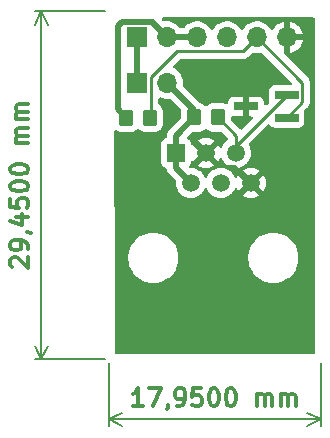
<source format=gbr>
%TF.GenerationSoftware,KiCad,Pcbnew,6.0.2+dfsg-1*%
%TF.CreationDate,2022-09-01T21:53:15+02:00*%
%TF.ProjectId,p1-interface,70312d69-6e74-4657-9266-6163652e6b69,rev?*%
%TF.SameCoordinates,Original*%
%TF.FileFunction,Copper,L1,Top*%
%TF.FilePolarity,Positive*%
%FSLAX46Y46*%
G04 Gerber Fmt 4.6, Leading zero omitted, Abs format (unit mm)*
G04 Created by KiCad (PCBNEW 6.0.2+dfsg-1) date 2022-09-01 21:53:15*
%MOMM*%
%LPD*%
G01*
G04 APERTURE LIST*
G04 Aperture macros list*
%AMRoundRect*
0 Rectangle with rounded corners*
0 $1 Rounding radius*
0 $2 $3 $4 $5 $6 $7 $8 $9 X,Y pos of 4 corners*
0 Add a 4 corners polygon primitive as box body*
4,1,4,$2,$3,$4,$5,$6,$7,$8,$9,$2,$3,0*
0 Add four circle primitives for the rounded corners*
1,1,$1+$1,$2,$3*
1,1,$1+$1,$4,$5*
1,1,$1+$1,$6,$7*
1,1,$1+$1,$8,$9*
0 Add four rect primitives between the rounded corners*
20,1,$1+$1,$2,$3,$4,$5,0*
20,1,$1+$1,$4,$5,$6,$7,0*
20,1,$1+$1,$6,$7,$8,$9,0*
20,1,$1+$1,$8,$9,$2,$3,0*%
G04 Aperture macros list end*
%ADD10C,0.300000*%
%TA.AperFunction,NonConductor*%
%ADD11C,0.300000*%
%TD*%
%TA.AperFunction,NonConductor*%
%ADD12C,0.200000*%
%TD*%
%TA.AperFunction,SMDPad,CuDef*%
%ADD13RoundRect,0.250000X0.350000X0.450000X-0.350000X0.450000X-0.350000X-0.450000X0.350000X-0.450000X0*%
%TD*%
%TA.AperFunction,SMDPad,CuDef*%
%ADD14R,2.000000X0.650000*%
%TD*%
%TA.AperFunction,ComponentPad*%
%ADD15R,1.700000X1.700000*%
%TD*%
%TA.AperFunction,ComponentPad*%
%ADD16O,1.700000X1.700000*%
%TD*%
%TA.AperFunction,ComponentPad*%
%ADD17R,1.520000X1.520000*%
%TD*%
%TA.AperFunction,ComponentPad*%
%ADD18C,1.520000*%
%TD*%
%TA.AperFunction,ViaPad*%
%ADD19C,0.800000*%
%TD*%
%TA.AperFunction,Conductor*%
%ADD20C,0.500000*%
%TD*%
%TA.AperFunction,Conductor*%
%ADD21C,0.250000*%
%TD*%
G04 APERTURE END LIST*
D10*
D11*
X118171428Y-82203571D02*
X118100000Y-82132142D01*
X118028571Y-81989285D01*
X118028571Y-81632142D01*
X118100000Y-81489285D01*
X118171428Y-81417857D01*
X118314285Y-81346428D01*
X118457142Y-81346428D01*
X118671428Y-81417857D01*
X119528571Y-82275000D01*
X119528571Y-81346428D01*
X119528571Y-80632142D02*
X119528571Y-80346428D01*
X119457142Y-80203571D01*
X119385714Y-80132142D01*
X119171428Y-79989285D01*
X118885714Y-79917857D01*
X118314285Y-79917857D01*
X118171428Y-79989285D01*
X118100000Y-80060714D01*
X118028571Y-80203571D01*
X118028571Y-80489285D01*
X118100000Y-80632142D01*
X118171428Y-80703571D01*
X118314285Y-80775000D01*
X118671428Y-80775000D01*
X118814285Y-80703571D01*
X118885714Y-80632142D01*
X118957142Y-80489285D01*
X118957142Y-80203571D01*
X118885714Y-80060714D01*
X118814285Y-79989285D01*
X118671428Y-79917857D01*
X119457142Y-79203571D02*
X119528571Y-79203571D01*
X119671428Y-79275000D01*
X119742857Y-79346428D01*
X118528571Y-77917857D02*
X119528571Y-77917857D01*
X117957142Y-78275000D02*
X119028571Y-78632142D01*
X119028571Y-77703571D01*
X118028571Y-76417857D02*
X118028571Y-77132142D01*
X118742857Y-77203571D01*
X118671428Y-77132142D01*
X118600000Y-76989285D01*
X118600000Y-76632142D01*
X118671428Y-76489285D01*
X118742857Y-76417857D01*
X118885714Y-76346428D01*
X119242857Y-76346428D01*
X119385714Y-76417857D01*
X119457142Y-76489285D01*
X119528571Y-76632142D01*
X119528571Y-76989285D01*
X119457142Y-77132142D01*
X119385714Y-77203571D01*
X118028571Y-75417857D02*
X118028571Y-75275000D01*
X118100000Y-75132142D01*
X118171428Y-75060714D01*
X118314285Y-74989285D01*
X118600000Y-74917857D01*
X118957142Y-74917857D01*
X119242857Y-74989285D01*
X119385714Y-75060714D01*
X119457142Y-75132142D01*
X119528571Y-75275000D01*
X119528571Y-75417857D01*
X119457142Y-75560714D01*
X119385714Y-75632142D01*
X119242857Y-75703571D01*
X118957142Y-75775000D01*
X118600000Y-75775000D01*
X118314285Y-75703571D01*
X118171428Y-75632142D01*
X118100000Y-75560714D01*
X118028571Y-75417857D01*
X118028571Y-73989285D02*
X118028571Y-73846428D01*
X118100000Y-73703571D01*
X118171428Y-73632142D01*
X118314285Y-73560714D01*
X118600000Y-73489285D01*
X118957142Y-73489285D01*
X119242857Y-73560714D01*
X119385714Y-73632142D01*
X119457142Y-73703571D01*
X119528571Y-73846428D01*
X119528571Y-73989285D01*
X119457142Y-74132142D01*
X119385714Y-74203571D01*
X119242857Y-74275000D01*
X118957142Y-74346428D01*
X118600000Y-74346428D01*
X118314285Y-74275000D01*
X118171428Y-74203571D01*
X118100000Y-74132142D01*
X118028571Y-73989285D01*
X119528571Y-71703571D02*
X118528571Y-71703571D01*
X118671428Y-71703571D02*
X118600000Y-71632142D01*
X118528571Y-71489285D01*
X118528571Y-71275000D01*
X118600000Y-71132142D01*
X118742857Y-71060714D01*
X119528571Y-71060714D01*
X118742857Y-71060714D02*
X118600000Y-70989285D01*
X118528571Y-70846428D01*
X118528571Y-70632142D01*
X118600000Y-70489285D01*
X118742857Y-70417857D01*
X119528571Y-70417857D01*
X119528571Y-69703571D02*
X118528571Y-69703571D01*
X118671428Y-69703571D02*
X118600000Y-69632142D01*
X118528571Y-69489285D01*
X118528571Y-69275000D01*
X118600000Y-69132142D01*
X118742857Y-69060714D01*
X119528571Y-69060714D01*
X118742857Y-69060714D02*
X118600000Y-68989285D01*
X118528571Y-68846428D01*
X118528571Y-68632142D01*
X118600000Y-68489285D01*
X118742857Y-68417857D01*
X119528571Y-68417857D01*
D12*
X126049926Y-90000000D02*
X120063580Y-90000000D01*
X126049926Y-60550000D02*
X120063580Y-60550000D01*
X120650000Y-90000000D02*
X120650000Y-60550000D01*
X120650000Y-90000000D02*
X120650000Y-60550000D01*
X120650000Y-90000000D02*
X121236421Y-88873496D01*
X120650000Y-90000000D02*
X120063579Y-88873496D01*
X120650000Y-60550000D02*
X120063579Y-61676504D01*
X120650000Y-60550000D02*
X121236421Y-61676504D01*
D10*
D11*
X129253571Y-93978571D02*
X128396428Y-93978571D01*
X128825000Y-93978571D02*
X128825000Y-92478571D01*
X128682142Y-92692857D01*
X128539285Y-92835714D01*
X128396428Y-92907142D01*
X129753571Y-92478571D02*
X130753571Y-92478571D01*
X130110714Y-93978571D01*
X131396428Y-93907142D02*
X131396428Y-93978571D01*
X131325000Y-94121428D01*
X131253571Y-94192857D01*
X132110714Y-93978571D02*
X132396428Y-93978571D01*
X132539285Y-93907142D01*
X132610714Y-93835714D01*
X132753571Y-93621428D01*
X132825000Y-93335714D01*
X132825000Y-92764285D01*
X132753571Y-92621428D01*
X132682142Y-92550000D01*
X132539285Y-92478571D01*
X132253571Y-92478571D01*
X132110714Y-92550000D01*
X132039285Y-92621428D01*
X131967857Y-92764285D01*
X131967857Y-93121428D01*
X132039285Y-93264285D01*
X132110714Y-93335714D01*
X132253571Y-93407142D01*
X132539285Y-93407142D01*
X132682142Y-93335714D01*
X132753571Y-93264285D01*
X132825000Y-93121428D01*
X134182142Y-92478571D02*
X133467857Y-92478571D01*
X133396428Y-93192857D01*
X133467857Y-93121428D01*
X133610714Y-93050000D01*
X133967857Y-93050000D01*
X134110714Y-93121428D01*
X134182142Y-93192857D01*
X134253571Y-93335714D01*
X134253571Y-93692857D01*
X134182142Y-93835714D01*
X134110714Y-93907142D01*
X133967857Y-93978571D01*
X133610714Y-93978571D01*
X133467857Y-93907142D01*
X133396428Y-93835714D01*
X135182142Y-92478571D02*
X135325000Y-92478571D01*
X135467857Y-92550000D01*
X135539285Y-92621428D01*
X135610714Y-92764285D01*
X135682142Y-93050000D01*
X135682142Y-93407142D01*
X135610714Y-93692857D01*
X135539285Y-93835714D01*
X135467857Y-93907142D01*
X135325000Y-93978571D01*
X135182142Y-93978571D01*
X135039285Y-93907142D01*
X134967857Y-93835714D01*
X134896428Y-93692857D01*
X134825000Y-93407142D01*
X134825000Y-93050000D01*
X134896428Y-92764285D01*
X134967857Y-92621428D01*
X135039285Y-92550000D01*
X135182142Y-92478571D01*
X136610714Y-92478571D02*
X136753571Y-92478571D01*
X136896428Y-92550000D01*
X136967857Y-92621428D01*
X137039285Y-92764285D01*
X137110714Y-93050000D01*
X137110714Y-93407142D01*
X137039285Y-93692857D01*
X136967857Y-93835714D01*
X136896428Y-93907142D01*
X136753571Y-93978571D01*
X136610714Y-93978571D01*
X136467857Y-93907142D01*
X136396428Y-93835714D01*
X136325000Y-93692857D01*
X136253571Y-93407142D01*
X136253571Y-93050000D01*
X136325000Y-92764285D01*
X136396428Y-92621428D01*
X136467857Y-92550000D01*
X136610714Y-92478571D01*
X138896428Y-93978571D02*
X138896428Y-92978571D01*
X138896428Y-93121428D02*
X138967857Y-93050000D01*
X139110714Y-92978571D01*
X139325000Y-92978571D01*
X139467857Y-93050000D01*
X139539285Y-93192857D01*
X139539285Y-93978571D01*
X139539285Y-93192857D02*
X139610714Y-93050000D01*
X139753571Y-92978571D01*
X139967857Y-92978571D01*
X140110714Y-93050000D01*
X140182142Y-93192857D01*
X140182142Y-93978571D01*
X140896428Y-93978571D02*
X140896428Y-92978571D01*
X140896428Y-93121428D02*
X140967857Y-93050000D01*
X141110714Y-92978571D01*
X141325000Y-92978571D01*
X141467857Y-93050000D01*
X141539285Y-93192857D01*
X141539285Y-93978571D01*
X141539285Y-93192857D02*
X141610714Y-93050000D01*
X141753571Y-92978571D01*
X141967857Y-92978571D01*
X142110714Y-93050000D01*
X142182142Y-93192857D01*
X142182142Y-93978571D01*
D12*
X126350000Y-90361162D02*
X126350000Y-95686420D01*
X144300000Y-90361162D02*
X144300000Y-95686420D01*
X126350000Y-95100000D02*
X144300000Y-95100000D01*
X126350000Y-95100000D02*
X144300000Y-95100000D01*
X126350000Y-95100000D02*
X127476504Y-95686421D01*
X126350000Y-95100000D02*
X127476504Y-94513579D01*
X144300000Y-95100000D02*
X143173496Y-94513579D01*
X144300000Y-95100000D02*
X143173496Y-95686421D01*
D13*
%TO.P,R2,1*%
%TO.N,/rx*%
X129850000Y-69550000D03*
%TO.P,R2,2*%
%TO.N,+3V3*%
X127850000Y-69550000D03*
%TD*%
%TO.P,R1,1*%
%TO.N,Net-(J1-Pad5)*%
X135580000Y-69530000D03*
%TO.P,R1,2*%
%TO.N,+5V*%
X133580000Y-69530000D03*
%TD*%
D14*
%TO.P,Q1,1,C*%
%TO.N,/rx*%
X141410000Y-69550000D03*
%TO.P,Q1,2,B*%
%TO.N,Net-(J1-Pad5)*%
X141410000Y-67650000D03*
%TO.P,Q1,3,E*%
%TO.N,GND*%
X137990000Y-68600000D03*
%TD*%
D15*
%TO.P,J3,1,Pin_1*%
%TO.N,Net-(J2-Pad1)*%
X128750000Y-66600000D03*
D16*
%TO.P,J3,2,Pin_2*%
%TO.N,+5V*%
X131290000Y-66600000D03*
%TD*%
D15*
%TO.P,J2,1,Pin_1*%
%TO.N,Net-(J2-Pad1)*%
X128750000Y-62750000D03*
D16*
%TO.P,J2,2,Pin_2*%
%TO.N,+3V3*%
X131290000Y-62750000D03*
%TO.P,J2,3,Pin_3*%
X133830000Y-62750000D03*
%TO.P,J2,4,Pin_4*%
%TO.N,unconnected-(J2-Pad4)*%
X136370000Y-62750000D03*
%TO.P,J2,5,Pin_5*%
%TO.N,/rx*%
X138910000Y-62750000D03*
%TO.P,J2,6,Pin_6*%
%TO.N,GND*%
X141450000Y-62750000D03*
%TD*%
D17*
%TO.P,J1,1*%
%TO.N,+5V*%
X132030000Y-72530000D03*
D18*
%TO.P,J1,2*%
X133300000Y-75070000D03*
%TO.P,J1,3*%
%TO.N,GND*%
X134570000Y-72530000D03*
%TO.P,J1,4*%
%TO.N,unconnected-(J1-Pad4)*%
X135840000Y-75070000D03*
%TO.P,J1,5*%
%TO.N,Net-(J1-Pad5)*%
X137110000Y-72530000D03*
%TO.P,J1,6*%
%TO.N,GND*%
X138380000Y-75070000D03*
%TD*%
D19*
%TO.N,GND*%
X141050000Y-88050000D03*
X129800000Y-88250000D03*
X139200000Y-65350000D03*
%TD*%
D20*
%TO.N,+3V3*%
X127150000Y-68850000D02*
X127850000Y-69550000D01*
X130090000Y-61550000D02*
X130090000Y-61440000D01*
X130090000Y-61440000D02*
X127460978Y-61440000D01*
X127460978Y-61440000D02*
X127150000Y-61750978D01*
X127150000Y-61750978D02*
X127150000Y-68850000D01*
D21*
%TO.N,/rx*%
X141410000Y-69550000D02*
X142734511Y-68225489D01*
X142734511Y-68225489D02*
X142734511Y-66574511D01*
X142734511Y-66574511D02*
X138910000Y-62750000D01*
D20*
%TO.N,+3V3*%
X131290000Y-62750000D02*
X133830000Y-62750000D01*
X130090000Y-61550000D02*
X131290000Y-62750000D01*
D21*
%TO.N,/rx*%
X129850000Y-69550000D02*
X129924511Y-69475489D01*
X129924511Y-69475489D02*
X129924511Y-66125489D01*
X129924511Y-66125489D02*
X132125489Y-63924511D01*
X132125489Y-63924511D02*
X137735489Y-63924511D01*
X137735489Y-63924511D02*
X138910000Y-62750000D01*
%TO.N,Net-(J1-Pad5)*%
X141410000Y-67650000D02*
X137110000Y-71950000D01*
X137110000Y-71950000D02*
X137110000Y-72530000D01*
X135580000Y-69530000D02*
X137110000Y-71060000D01*
X137110000Y-71060000D02*
X137110000Y-72530000D01*
%TO.N,GND*%
X134570000Y-72530000D02*
X135654511Y-73614511D01*
X136924511Y-73614511D02*
X138380000Y-75070000D01*
X135654511Y-73614511D02*
X136924511Y-73614511D01*
D20*
%TO.N,+5V*%
X132030000Y-72530000D02*
X132030000Y-73800000D01*
X132030000Y-73800000D02*
X133300000Y-75070000D01*
X132030000Y-72530000D02*
X132030000Y-71080000D01*
X132030000Y-71080000D02*
X133580000Y-69530000D01*
X131290000Y-66600000D02*
X133580000Y-68890000D01*
D21*
X133580000Y-68890000D02*
X133580000Y-69530000D01*
D20*
%TO.N,Net-(J2-Pad1)*%
X128750000Y-62750000D02*
X128750000Y-66600000D01*
%TD*%
%TA.AperFunction,Conductor*%
%TO.N,GND*%
G36*
X143734121Y-61078002D02*
G01*
X143780614Y-61131658D01*
X143792000Y-61184000D01*
X143792000Y-89417763D01*
X143771998Y-89485884D01*
X143718342Y-89532377D01*
X143666351Y-89543763D01*
X143561784Y-89544054D01*
X126983276Y-89590235D01*
X126915101Y-89570422D01*
X126868459Y-89516896D01*
X126856926Y-89464448D01*
X126843541Y-81554277D01*
X127985735Y-81554277D01*
X128023705Y-81842687D01*
X128100465Y-82123276D01*
X128214596Y-82390852D01*
X128363985Y-82640462D01*
X128366669Y-82643813D01*
X128366671Y-82643815D01*
X128381322Y-82662102D01*
X128545867Y-82867489D01*
X128756878Y-83067731D01*
X128993113Y-83237483D01*
X129250200Y-83373603D01*
X129254223Y-83375075D01*
X129254227Y-83375077D01*
X129278709Y-83384036D01*
X129523382Y-83473574D01*
X129807604Y-83535544D01*
X129836650Y-83537830D01*
X130033297Y-83553307D01*
X130033304Y-83553307D01*
X130035753Y-83553500D01*
X130193121Y-83553500D01*
X130195257Y-83553354D01*
X130195268Y-83553354D01*
X130405949Y-83538991D01*
X130405955Y-83538990D01*
X130410226Y-83538699D01*
X130414421Y-83537830D01*
X130414423Y-83537830D01*
X130552654Y-83509204D01*
X130695081Y-83479709D01*
X130969295Y-83382605D01*
X131227793Y-83249184D01*
X131231294Y-83246723D01*
X131231298Y-83246721D01*
X131346792Y-83165550D01*
X131465792Y-83081915D01*
X131678888Y-82883894D01*
X131689895Y-82870447D01*
X131860423Y-82662102D01*
X131863139Y-82658784D01*
X132015133Y-82410752D01*
X132023869Y-82390852D01*
X132130334Y-82148315D01*
X132132059Y-82144386D01*
X132138073Y-82123276D01*
X132157782Y-82054087D01*
X132211754Y-81864616D01*
X132214286Y-81846829D01*
X132252137Y-81580870D01*
X132252742Y-81576619D01*
X132252859Y-81554277D01*
X138145735Y-81554277D01*
X138183705Y-81842687D01*
X138260465Y-82123276D01*
X138374596Y-82390852D01*
X138523985Y-82640462D01*
X138526669Y-82643813D01*
X138526671Y-82643815D01*
X138541322Y-82662102D01*
X138705867Y-82867489D01*
X138916878Y-83067731D01*
X139153113Y-83237483D01*
X139410200Y-83373603D01*
X139414223Y-83375075D01*
X139414227Y-83375077D01*
X139438709Y-83384036D01*
X139683382Y-83473574D01*
X139967604Y-83535544D01*
X139996650Y-83537830D01*
X140193297Y-83553307D01*
X140193304Y-83553307D01*
X140195753Y-83553500D01*
X140353121Y-83553500D01*
X140355257Y-83553354D01*
X140355268Y-83553354D01*
X140565949Y-83538991D01*
X140565955Y-83538990D01*
X140570226Y-83538699D01*
X140574421Y-83537830D01*
X140574423Y-83537830D01*
X140712654Y-83509204D01*
X140855081Y-83479709D01*
X141129295Y-83382605D01*
X141387793Y-83249184D01*
X141391294Y-83246723D01*
X141391298Y-83246721D01*
X141506792Y-83165550D01*
X141625792Y-83081915D01*
X141838888Y-82883894D01*
X141849895Y-82870447D01*
X142020423Y-82662102D01*
X142023139Y-82658784D01*
X142175133Y-82410752D01*
X142183869Y-82390852D01*
X142290334Y-82148315D01*
X142292059Y-82144386D01*
X142298073Y-82123276D01*
X142317782Y-82054087D01*
X142371754Y-81864616D01*
X142374286Y-81846829D01*
X142412137Y-81580870D01*
X142412742Y-81576619D01*
X142414265Y-81285723D01*
X142376295Y-80997313D01*
X142299535Y-80716724D01*
X142185404Y-80449148D01*
X142036015Y-80199538D01*
X142021337Y-80181216D01*
X141856823Y-79975869D01*
X141854133Y-79972511D01*
X141643122Y-79772269D01*
X141406887Y-79602517D01*
X141149800Y-79466397D01*
X141145777Y-79464925D01*
X141145773Y-79464923D01*
X140880649Y-79367901D01*
X140880647Y-79367900D01*
X140876618Y-79366426D01*
X140592396Y-79304456D01*
X140548598Y-79301009D01*
X140366703Y-79286693D01*
X140366696Y-79286693D01*
X140364247Y-79286500D01*
X140206879Y-79286500D01*
X140204743Y-79286646D01*
X140204732Y-79286646D01*
X139994051Y-79301009D01*
X139994045Y-79301010D01*
X139989774Y-79301301D01*
X139985579Y-79302170D01*
X139985577Y-79302170D01*
X139970130Y-79305369D01*
X139704919Y-79360291D01*
X139430705Y-79457395D01*
X139172207Y-79590816D01*
X139168706Y-79593277D01*
X139168702Y-79593279D01*
X139155558Y-79602517D01*
X138934208Y-79758085D01*
X138721112Y-79956106D01*
X138718398Y-79959422D01*
X138718395Y-79959425D01*
X138704936Y-79975869D01*
X138536861Y-80181216D01*
X138384867Y-80429248D01*
X138383148Y-80433165D01*
X138383146Y-80433168D01*
X138374397Y-80453100D01*
X138267941Y-80695614D01*
X138266765Y-80699742D01*
X138266764Y-80699745D01*
X138242218Y-80785913D01*
X138188246Y-80975384D01*
X138187642Y-80979626D01*
X138187641Y-80979632D01*
X138185125Y-80997313D01*
X138147258Y-81263381D01*
X138145735Y-81554277D01*
X132252859Y-81554277D01*
X132254265Y-81285723D01*
X132216295Y-80997313D01*
X132139535Y-80716724D01*
X132025404Y-80449148D01*
X131876015Y-80199538D01*
X131861337Y-80181216D01*
X131696823Y-79975869D01*
X131694133Y-79972511D01*
X131483122Y-79772269D01*
X131246887Y-79602517D01*
X130989800Y-79466397D01*
X130985777Y-79464925D01*
X130985773Y-79464923D01*
X130720649Y-79367901D01*
X130720647Y-79367900D01*
X130716618Y-79366426D01*
X130432396Y-79304456D01*
X130388598Y-79301009D01*
X130206703Y-79286693D01*
X130206696Y-79286693D01*
X130204247Y-79286500D01*
X130046879Y-79286500D01*
X130044743Y-79286646D01*
X130044732Y-79286646D01*
X129834051Y-79301009D01*
X129834045Y-79301010D01*
X129829774Y-79301301D01*
X129825579Y-79302170D01*
X129825577Y-79302170D01*
X129810130Y-79305369D01*
X129544919Y-79360291D01*
X129270705Y-79457395D01*
X129012207Y-79590816D01*
X129008706Y-79593277D01*
X129008702Y-79593279D01*
X128995558Y-79602517D01*
X128774208Y-79758085D01*
X128561112Y-79956106D01*
X128558398Y-79959422D01*
X128558395Y-79959425D01*
X128544936Y-79975869D01*
X128376861Y-80181216D01*
X128224867Y-80429248D01*
X128223148Y-80433165D01*
X128223146Y-80433168D01*
X128214397Y-80453100D01*
X128107941Y-80695614D01*
X128106765Y-80699742D01*
X128106764Y-80699745D01*
X128082218Y-80785913D01*
X128028246Y-80975384D01*
X128027642Y-80979626D01*
X128027641Y-80979632D01*
X128025125Y-80997313D01*
X127987258Y-81263381D01*
X127985735Y-81554277D01*
X126843541Y-81554277D01*
X126828646Y-72751114D01*
X126825174Y-70699349D01*
X126845061Y-70631195D01*
X126898638Y-70584611D01*
X126968895Y-70574388D01*
X127026430Y-70599038D01*
X127026697Y-70599305D01*
X127032927Y-70603145D01*
X127032928Y-70603146D01*
X127170090Y-70687694D01*
X127177262Y-70692115D01*
X127199072Y-70699349D01*
X127338611Y-70745632D01*
X127338613Y-70745632D01*
X127345139Y-70747797D01*
X127351975Y-70748497D01*
X127351978Y-70748498D01*
X127395031Y-70752909D01*
X127449600Y-70758500D01*
X128250400Y-70758500D01*
X128253646Y-70758163D01*
X128253650Y-70758163D01*
X128349308Y-70748238D01*
X128349312Y-70748237D01*
X128356166Y-70747526D01*
X128362702Y-70745345D01*
X128362704Y-70745345D01*
X128500570Y-70699349D01*
X128523946Y-70691550D01*
X128674348Y-70598478D01*
X128760784Y-70511891D01*
X128823066Y-70477812D01*
X128893886Y-70482815D01*
X128938975Y-70511736D01*
X129002329Y-70574979D01*
X129026697Y-70599305D01*
X129032927Y-70603145D01*
X129032928Y-70603146D01*
X129170090Y-70687694D01*
X129177262Y-70692115D01*
X129199072Y-70699349D01*
X129338611Y-70745632D01*
X129338613Y-70745632D01*
X129345139Y-70747797D01*
X129351975Y-70748497D01*
X129351978Y-70748498D01*
X129395031Y-70752909D01*
X129449600Y-70758500D01*
X130250400Y-70758500D01*
X130253646Y-70758163D01*
X130253650Y-70758163D01*
X130349308Y-70748238D01*
X130349312Y-70748237D01*
X130356166Y-70747526D01*
X130362702Y-70745345D01*
X130362704Y-70745345D01*
X130500570Y-70699349D01*
X130523946Y-70691550D01*
X130674348Y-70598478D01*
X130799305Y-70473303D01*
X130858299Y-70377598D01*
X130888275Y-70328968D01*
X130888276Y-70328966D01*
X130892115Y-70322738D01*
X130947797Y-70154861D01*
X130958500Y-70050400D01*
X130958500Y-69049600D01*
X130947526Y-68943834D01*
X130942934Y-68930068D01*
X130893868Y-68783002D01*
X130891550Y-68776054D01*
X130798478Y-68625652D01*
X130673303Y-68500695D01*
X130650606Y-68486704D01*
X130617895Y-68466541D01*
X130570402Y-68413769D01*
X130558011Y-68359281D01*
X130558011Y-67957725D01*
X130578013Y-67889604D01*
X130631669Y-67843111D01*
X130701943Y-67833007D01*
X130728961Y-67840015D01*
X130909692Y-67909030D01*
X130914760Y-67910061D01*
X130914763Y-67910062D01*
X130960052Y-67919276D01*
X131128597Y-67953567D01*
X131133772Y-67953757D01*
X131133774Y-67953757D01*
X131346673Y-67961564D01*
X131346677Y-67961564D01*
X131351837Y-67961753D01*
X131491908Y-67943809D01*
X131562017Y-67954993D01*
X131597012Y-67979693D01*
X132445449Y-68828130D01*
X132479475Y-68890442D01*
X132481698Y-68930068D01*
X132471500Y-69029600D01*
X132471500Y-69513629D01*
X132451498Y-69581750D01*
X132434595Y-69602724D01*
X131541089Y-70496230D01*
X131526677Y-70508616D01*
X131515082Y-70517149D01*
X131515077Y-70517154D01*
X131509182Y-70521492D01*
X131504443Y-70527070D01*
X131504440Y-70527073D01*
X131474965Y-70561768D01*
X131468035Y-70569284D01*
X131462340Y-70574979D01*
X131457482Y-70581120D01*
X131444719Y-70597251D01*
X131441928Y-70600655D01*
X131399409Y-70650703D01*
X131394667Y-70656285D01*
X131391339Y-70662801D01*
X131387972Y-70667850D01*
X131384805Y-70672979D01*
X131380266Y-70678716D01*
X131349345Y-70744875D01*
X131347442Y-70748769D01*
X131314231Y-70813808D01*
X131312492Y-70820916D01*
X131310393Y-70826559D01*
X131308476Y-70832322D01*
X131305378Y-70838950D01*
X131303888Y-70846112D01*
X131303888Y-70846113D01*
X131290514Y-70910412D01*
X131289544Y-70914696D01*
X131272192Y-70985610D01*
X131271500Y-70996764D01*
X131271464Y-70996762D01*
X131271225Y-71000755D01*
X131270851Y-71004947D01*
X131269360Y-71012115D01*
X131269558Y-71019432D01*
X131271454Y-71089521D01*
X131271500Y-71092928D01*
X131271500Y-71143129D01*
X131251498Y-71211250D01*
X131197842Y-71257743D01*
X131174646Y-71265712D01*
X131167541Y-71267402D01*
X131159684Y-71268255D01*
X131023295Y-71319385D01*
X130906739Y-71406739D01*
X130819385Y-71523295D01*
X130768255Y-71659684D01*
X130761500Y-71721866D01*
X130761500Y-73338134D01*
X130768255Y-73400316D01*
X130819385Y-73536705D01*
X130906739Y-73653261D01*
X131023295Y-73740615D01*
X131159684Y-73791745D01*
X131167540Y-73792598D01*
X131175222Y-73794425D01*
X131174806Y-73796173D01*
X131231294Y-73819644D01*
X131271720Y-73878007D01*
X131277708Y-73907448D01*
X131281140Y-73949637D01*
X131283396Y-73956601D01*
X131284587Y-73962560D01*
X131285971Y-73968415D01*
X131286818Y-73975681D01*
X131311735Y-74044327D01*
X131313152Y-74048455D01*
X131335649Y-74117899D01*
X131339445Y-74124154D01*
X131341951Y-74129628D01*
X131344670Y-74135058D01*
X131347167Y-74141937D01*
X131351180Y-74148057D01*
X131351180Y-74148058D01*
X131387186Y-74202976D01*
X131389523Y-74206680D01*
X131427405Y-74269107D01*
X131431121Y-74273315D01*
X131431122Y-74273316D01*
X131434803Y-74277484D01*
X131434776Y-74277508D01*
X131437429Y-74280500D01*
X131440132Y-74283733D01*
X131444144Y-74289852D01*
X131449456Y-74294884D01*
X131500383Y-74343128D01*
X131502825Y-74345506D01*
X132001251Y-74843932D01*
X132035277Y-74906244D01*
X132037677Y-74944008D01*
X132030000Y-75031767D01*
X132026655Y-75070000D01*
X132046000Y-75291114D01*
X132047424Y-75296427D01*
X132047424Y-75296429D01*
X132086436Y-75442022D01*
X132103447Y-75505510D01*
X132105769Y-75510490D01*
X132105770Y-75510492D01*
X132194925Y-75701685D01*
X132194928Y-75701690D01*
X132197251Y-75706672D01*
X132200407Y-75711179D01*
X132200408Y-75711181D01*
X132232041Y-75756357D01*
X132324561Y-75888490D01*
X132481510Y-76045439D01*
X132486018Y-76048596D01*
X132486021Y-76048598D01*
X132561687Y-76101580D01*
X132663327Y-76172749D01*
X132668309Y-76175072D01*
X132668314Y-76175075D01*
X132858498Y-76263759D01*
X132864490Y-76266553D01*
X132869798Y-76267975D01*
X132869800Y-76267976D01*
X133073571Y-76322576D01*
X133073573Y-76322576D01*
X133078886Y-76324000D01*
X133300000Y-76343345D01*
X133521114Y-76324000D01*
X133526427Y-76322576D01*
X133526429Y-76322576D01*
X133730200Y-76267976D01*
X133730202Y-76267975D01*
X133735510Y-76266553D01*
X133741502Y-76263759D01*
X133931686Y-76175075D01*
X133931691Y-76175072D01*
X133936673Y-76172749D01*
X134038313Y-76101580D01*
X134113979Y-76048598D01*
X134113982Y-76048596D01*
X134118490Y-76045439D01*
X134275439Y-75888490D01*
X134367960Y-75756357D01*
X134399592Y-75711181D01*
X134399593Y-75711179D01*
X134402749Y-75706672D01*
X134405072Y-75701690D01*
X134405075Y-75701685D01*
X134455805Y-75592894D01*
X134502723Y-75539609D01*
X134571000Y-75520148D01*
X134638960Y-75540690D01*
X134684195Y-75592894D01*
X134734925Y-75701685D01*
X134734928Y-75701690D01*
X134737251Y-75706672D01*
X134740407Y-75711179D01*
X134740408Y-75711181D01*
X134772041Y-75756357D01*
X134864561Y-75888490D01*
X135021510Y-76045439D01*
X135026018Y-76048596D01*
X135026021Y-76048598D01*
X135101687Y-76101580D01*
X135203327Y-76172749D01*
X135208309Y-76175072D01*
X135208314Y-76175075D01*
X135398498Y-76263759D01*
X135404490Y-76266553D01*
X135409798Y-76267975D01*
X135409800Y-76267976D01*
X135613571Y-76322576D01*
X135613573Y-76322576D01*
X135618886Y-76324000D01*
X135840000Y-76343345D01*
X136061114Y-76324000D01*
X136066427Y-76322576D01*
X136066429Y-76322576D01*
X136270200Y-76267976D01*
X136270202Y-76267975D01*
X136275510Y-76266553D01*
X136281502Y-76263759D01*
X136471686Y-76175075D01*
X136471691Y-76175072D01*
X136476673Y-76172749D01*
X136541521Y-76127342D01*
X137687213Y-76127342D01*
X137696509Y-76139357D01*
X137739069Y-76169158D01*
X137748565Y-76174641D01*
X137939680Y-76263759D01*
X137949972Y-76267505D01*
X138153660Y-76322083D01*
X138164453Y-76323986D01*
X138374525Y-76342365D01*
X138385475Y-76342365D01*
X138595547Y-76323986D01*
X138606340Y-76322083D01*
X138810028Y-76267505D01*
X138820320Y-76263759D01*
X139011435Y-76174641D01*
X139020931Y-76169158D01*
X139064329Y-76138770D01*
X139072704Y-76128293D01*
X139065635Y-76114845D01*
X138392812Y-75442022D01*
X138378868Y-75434408D01*
X138377035Y-75434539D01*
X138370420Y-75438790D01*
X137693643Y-76115567D01*
X137687213Y-76127342D01*
X136541521Y-76127342D01*
X136578313Y-76101580D01*
X136653979Y-76048598D01*
X136653982Y-76048596D01*
X136658490Y-76045439D01*
X136815439Y-75888490D01*
X136907960Y-75756357D01*
X136939592Y-75711181D01*
X136939593Y-75711179D01*
X136942749Y-75706672D01*
X136945072Y-75701690D01*
X136945075Y-75701685D01*
X136970984Y-75646122D01*
X136996081Y-75592302D01*
X137042997Y-75539018D01*
X137111274Y-75519557D01*
X137179234Y-75540099D01*
X137224470Y-75592303D01*
X137275359Y-75701435D01*
X137280842Y-75710931D01*
X137311230Y-75754329D01*
X137321707Y-75762704D01*
X137335155Y-75755635D01*
X138007978Y-75082812D01*
X138014356Y-75071132D01*
X138744408Y-75071132D01*
X138744539Y-75072965D01*
X138748790Y-75079580D01*
X139425567Y-75756357D01*
X139437342Y-75762787D01*
X139449357Y-75753491D01*
X139479158Y-75710931D01*
X139484641Y-75701435D01*
X139573759Y-75510320D01*
X139577505Y-75500028D01*
X139632083Y-75296340D01*
X139633986Y-75285547D01*
X139652365Y-75075475D01*
X139652365Y-75064525D01*
X139633986Y-74854453D01*
X139632083Y-74843660D01*
X139577505Y-74639972D01*
X139573759Y-74629680D01*
X139484641Y-74438565D01*
X139479158Y-74429069D01*
X139448770Y-74385671D01*
X139438293Y-74377296D01*
X139424845Y-74384365D01*
X138752022Y-75057188D01*
X138744408Y-75071132D01*
X138014356Y-75071132D01*
X138015592Y-75068868D01*
X138015461Y-75067035D01*
X138011210Y-75060420D01*
X137334433Y-74383643D01*
X137322658Y-74377213D01*
X137310643Y-74386509D01*
X137280842Y-74429069D01*
X137275359Y-74438565D01*
X137224470Y-74547697D01*
X137177552Y-74600982D01*
X137109275Y-74620443D01*
X137041315Y-74599901D01*
X136996080Y-74547697D01*
X136995805Y-74547106D01*
X136970984Y-74493878D01*
X136945075Y-74438315D01*
X136945072Y-74438310D01*
X136942749Y-74433328D01*
X136909966Y-74386509D01*
X136818598Y-74256021D01*
X136818596Y-74256018D01*
X136815439Y-74251510D01*
X136658490Y-74094561D01*
X136653982Y-74091404D01*
X136653979Y-74091402D01*
X136558337Y-74024433D01*
X136540162Y-74011707D01*
X137687296Y-74011707D01*
X137694365Y-74025155D01*
X138367188Y-74697978D01*
X138381132Y-74705592D01*
X138382965Y-74705461D01*
X138389580Y-74701210D01*
X139066357Y-74024433D01*
X139072787Y-74012658D01*
X139063491Y-74000643D01*
X139020931Y-73970842D01*
X139011435Y-73965359D01*
X138820320Y-73876241D01*
X138810028Y-73872495D01*
X138606340Y-73817917D01*
X138595547Y-73816014D01*
X138385475Y-73797635D01*
X138374525Y-73797635D01*
X138164453Y-73816014D01*
X138153660Y-73817917D01*
X137949972Y-73872495D01*
X137939680Y-73876241D01*
X137748565Y-73965359D01*
X137739069Y-73970842D01*
X137695671Y-74001230D01*
X137687296Y-74011707D01*
X136540162Y-74011707D01*
X136476673Y-73967251D01*
X136471691Y-73964928D01*
X136471686Y-73964925D01*
X136280492Y-73875770D01*
X136280491Y-73875769D01*
X136275510Y-73873447D01*
X136270202Y-73872025D01*
X136270200Y-73872024D01*
X136066429Y-73817424D01*
X136066427Y-73817424D01*
X136061114Y-73816000D01*
X135840000Y-73796655D01*
X135618886Y-73816000D01*
X135613573Y-73817424D01*
X135613571Y-73817424D01*
X135409800Y-73872024D01*
X135409798Y-73872025D01*
X135404490Y-73873447D01*
X135399510Y-73875769D01*
X135399508Y-73875770D01*
X135208315Y-73964925D01*
X135208310Y-73964928D01*
X135203328Y-73967251D01*
X135198821Y-73970407D01*
X135198819Y-73970408D01*
X135026021Y-74091402D01*
X135026018Y-74091404D01*
X135021510Y-74094561D01*
X134864561Y-74251510D01*
X134861404Y-74256018D01*
X134861402Y-74256021D01*
X134770034Y-74386509D01*
X134737251Y-74433328D01*
X134734928Y-74438310D01*
X134734925Y-74438315D01*
X134684195Y-74547106D01*
X134637277Y-74600391D01*
X134569000Y-74619852D01*
X134501040Y-74599310D01*
X134455805Y-74547106D01*
X134405075Y-74438315D01*
X134405072Y-74438310D01*
X134402749Y-74433328D01*
X134369966Y-74386509D01*
X134278598Y-74256021D01*
X134278596Y-74256018D01*
X134275439Y-74251510D01*
X134118490Y-74094561D01*
X134113982Y-74091404D01*
X134113979Y-74091402D01*
X134018337Y-74024433D01*
X133936673Y-73967251D01*
X133931691Y-73964928D01*
X133931686Y-73964925D01*
X133740492Y-73875770D01*
X133740491Y-73875769D01*
X133735510Y-73873447D01*
X133730202Y-73872025D01*
X133730200Y-73872024D01*
X133526429Y-73817424D01*
X133526427Y-73817424D01*
X133521114Y-73816000D01*
X133300000Y-73796655D01*
X133296682Y-73796945D01*
X133229204Y-73777132D01*
X133182711Y-73723476D01*
X133172607Y-73653202D01*
X133196499Y-73595569D01*
X133202665Y-73587342D01*
X133877213Y-73587342D01*
X133886509Y-73599357D01*
X133929069Y-73629158D01*
X133938565Y-73634641D01*
X134129680Y-73723759D01*
X134139972Y-73727505D01*
X134343660Y-73782083D01*
X134354453Y-73783986D01*
X134564525Y-73802365D01*
X134575475Y-73802365D01*
X134785547Y-73783986D01*
X134796340Y-73782083D01*
X135000028Y-73727505D01*
X135010320Y-73723759D01*
X135201435Y-73634641D01*
X135210931Y-73629158D01*
X135254329Y-73598770D01*
X135262704Y-73588293D01*
X135255635Y-73574845D01*
X134582812Y-72902022D01*
X134568868Y-72894408D01*
X134567035Y-72894539D01*
X134560420Y-72898790D01*
X133883643Y-73575567D01*
X133877213Y-73587342D01*
X133202665Y-73587342D01*
X133235229Y-73543892D01*
X133235230Y-73543890D01*
X133240615Y-73536705D01*
X133291745Y-73400316D01*
X133298500Y-73338134D01*
X133298500Y-73314303D01*
X133318502Y-73246182D01*
X133372158Y-73199689D01*
X133442432Y-73189585D01*
X133503170Y-73215881D01*
X133511706Y-73222704D01*
X133525155Y-73215635D01*
X134197978Y-72542812D01*
X134205592Y-72528868D01*
X134205461Y-72527035D01*
X134201210Y-72520420D01*
X133524433Y-71843643D01*
X133512658Y-71837213D01*
X133501600Y-71845768D01*
X133435482Y-71871631D01*
X133365877Y-71857643D01*
X133314885Y-71808244D01*
X133298500Y-71746111D01*
X133298500Y-71721866D01*
X133291745Y-71659684D01*
X133240615Y-71523295D01*
X133201952Y-71471707D01*
X133877296Y-71471707D01*
X133884365Y-71485155D01*
X134557188Y-72157978D01*
X134571132Y-72165592D01*
X134572965Y-72165461D01*
X134579580Y-72161210D01*
X135256357Y-71484433D01*
X135262787Y-71472658D01*
X135253491Y-71460643D01*
X135210931Y-71430842D01*
X135201435Y-71425359D01*
X135010320Y-71336241D01*
X135000028Y-71332495D01*
X134796340Y-71277917D01*
X134785547Y-71276014D01*
X134575475Y-71257635D01*
X134564525Y-71257635D01*
X134354453Y-71276014D01*
X134343660Y-71277917D01*
X134139972Y-71332495D01*
X134129680Y-71336241D01*
X133938565Y-71425359D01*
X133929069Y-71430842D01*
X133885671Y-71461230D01*
X133877296Y-71471707D01*
X133201952Y-71471707D01*
X133153261Y-71406739D01*
X133053877Y-71332254D01*
X133011362Y-71275396D01*
X133006336Y-71204577D01*
X133040347Y-71142334D01*
X133407276Y-70775405D01*
X133469588Y-70741379D01*
X133496371Y-70738500D01*
X133980400Y-70738500D01*
X133983646Y-70738163D01*
X133983650Y-70738163D01*
X134079308Y-70728238D01*
X134079312Y-70728237D01*
X134086166Y-70727526D01*
X134092702Y-70725345D01*
X134092704Y-70725345D01*
X134232467Y-70678716D01*
X134253946Y-70671550D01*
X134404348Y-70578478D01*
X134490784Y-70491891D01*
X134553066Y-70457812D01*
X134623886Y-70462815D01*
X134668975Y-70491736D01*
X134698783Y-70521492D01*
X134756697Y-70579305D01*
X134762927Y-70583145D01*
X134762928Y-70583146D01*
X134900929Y-70668211D01*
X134907262Y-70672115D01*
X134972846Y-70693868D01*
X135068611Y-70725632D01*
X135068613Y-70725632D01*
X135075139Y-70727797D01*
X135081975Y-70728497D01*
X135081978Y-70728498D01*
X135125031Y-70732909D01*
X135179600Y-70738500D01*
X135840405Y-70738500D01*
X135908526Y-70758502D01*
X135929500Y-70775405D01*
X136430680Y-71276585D01*
X136464706Y-71338897D01*
X136459641Y-71409712D01*
X136413856Y-71468893D01*
X136296021Y-71551402D01*
X136296018Y-71551404D01*
X136291510Y-71554561D01*
X136134561Y-71711510D01*
X136131404Y-71716018D01*
X136131402Y-71716021D01*
X136013742Y-71884058D01*
X136007251Y-71893328D01*
X136004928Y-71898310D01*
X136004925Y-71898315D01*
X135953920Y-72007697D01*
X135907003Y-72060982D01*
X135838726Y-72080443D01*
X135770766Y-72059901D01*
X135725530Y-72007697D01*
X135674641Y-71898565D01*
X135669158Y-71889069D01*
X135638770Y-71845671D01*
X135628293Y-71837296D01*
X135614845Y-71844365D01*
X134942022Y-72517188D01*
X134934408Y-72531132D01*
X134934539Y-72532965D01*
X134938790Y-72539580D01*
X135615567Y-73216357D01*
X135627342Y-73222787D01*
X135639357Y-73213491D01*
X135669158Y-73170931D01*
X135674641Y-73161435D01*
X135725530Y-73052303D01*
X135772448Y-72999018D01*
X135840725Y-72979557D01*
X135908685Y-73000099D01*
X135953920Y-73052303D01*
X136004925Y-73161685D01*
X136004928Y-73161690D01*
X136007251Y-73166672D01*
X136010407Y-73171179D01*
X136010408Y-73171181D01*
X136127310Y-73338134D01*
X136134561Y-73348490D01*
X136291510Y-73505439D01*
X136296018Y-73508596D01*
X136296021Y-73508598D01*
X136336162Y-73536705D01*
X136473327Y-73632749D01*
X136478309Y-73635072D01*
X136478314Y-73635075D01*
X136667891Y-73723476D01*
X136674490Y-73726553D01*
X136679798Y-73727975D01*
X136679800Y-73727976D01*
X136883571Y-73782576D01*
X136883573Y-73782576D01*
X136888886Y-73784000D01*
X137110000Y-73803345D01*
X137331114Y-73784000D01*
X137336427Y-73782576D01*
X137336429Y-73782576D01*
X137540200Y-73727976D01*
X137540202Y-73727975D01*
X137545510Y-73726553D01*
X137552109Y-73723476D01*
X137741686Y-73635075D01*
X137741691Y-73635072D01*
X137746673Y-73632749D01*
X137883838Y-73536705D01*
X137923979Y-73508598D01*
X137923982Y-73508596D01*
X137928490Y-73505439D01*
X138085439Y-73348490D01*
X138092691Y-73338134D01*
X138209592Y-73171181D01*
X138209593Y-73171179D01*
X138212749Y-73166672D01*
X138215072Y-73161690D01*
X138215075Y-73161685D01*
X138304230Y-72970492D01*
X138304231Y-72970490D01*
X138306553Y-72965510D01*
X138323565Y-72902022D01*
X138362576Y-72756429D01*
X138362576Y-72756427D01*
X138364000Y-72751114D01*
X138383345Y-72530000D01*
X138364000Y-72308886D01*
X138325570Y-72165461D01*
X138307976Y-72099800D01*
X138307975Y-72099798D01*
X138306553Y-72094490D01*
X138290424Y-72059901D01*
X138215075Y-71898315D01*
X138215072Y-71898310D01*
X138212749Y-71893328D01*
X138209592Y-71888819D01*
X138206843Y-71884058D01*
X138208652Y-71883013D01*
X138188857Y-71824365D01*
X138206125Y-71755501D01*
X138225662Y-71730242D01*
X139802992Y-70152912D01*
X139865304Y-70118886D01*
X139936119Y-70123951D01*
X139992913Y-70166441D01*
X140046739Y-70238261D01*
X140163295Y-70325615D01*
X140299684Y-70376745D01*
X140361866Y-70383500D01*
X142458134Y-70383500D01*
X142520316Y-70376745D01*
X142656705Y-70325615D01*
X142773261Y-70238261D01*
X142860615Y-70121705D01*
X142911745Y-69985316D01*
X142918500Y-69923134D01*
X142918500Y-69176866D01*
X142911745Y-69114684D01*
X142893725Y-69066615D01*
X142888542Y-68995810D01*
X142922612Y-68933292D01*
X143126758Y-68729146D01*
X143135048Y-68721602D01*
X143141529Y-68717489D01*
X143188170Y-68667821D01*
X143190924Y-68664980D01*
X143210645Y-68645259D01*
X143213123Y-68642064D01*
X143220829Y-68633042D01*
X143245669Y-68606590D01*
X143251097Y-68600810D01*
X143260857Y-68583057D01*
X143271710Y-68566534D01*
X143279264Y-68556795D01*
X143284124Y-68550530D01*
X143301687Y-68509946D01*
X143306894Y-68499316D01*
X143328206Y-68460549D01*
X143330177Y-68452872D01*
X143330179Y-68452867D01*
X143333243Y-68440931D01*
X143339649Y-68422219D01*
X143344545Y-68410906D01*
X143347692Y-68403634D01*
X143349231Y-68393921D01*
X143354608Y-68359970D01*
X143357015Y-68348349D01*
X143366039Y-68313200D01*
X143366039Y-68313199D01*
X143368011Y-68305519D01*
X143368011Y-68285258D01*
X143369562Y-68265547D01*
X143371490Y-68253374D01*
X143372730Y-68245546D01*
X143368570Y-68201535D01*
X143368011Y-68189678D01*
X143368011Y-66653274D01*
X143368538Y-66642090D01*
X143370212Y-66634602D01*
X143368073Y-66566543D01*
X143368011Y-66562586D01*
X143368011Y-66534655D01*
X143367505Y-66530649D01*
X143366572Y-66518803D01*
X143365433Y-66482548D01*
X143365184Y-66474621D01*
X143359533Y-66455169D01*
X143355525Y-66435817D01*
X143353978Y-66423574D01*
X143352985Y-66415714D01*
X143339844Y-66382522D01*
X143336711Y-66374608D01*
X143332866Y-66363381D01*
X143332232Y-66361198D01*
X143320529Y-66320918D01*
X143316495Y-66314096D01*
X143316492Y-66314090D01*
X143310217Y-66303479D01*
X143301521Y-66285729D01*
X143296983Y-66274267D01*
X143296980Y-66274262D01*
X143294063Y-66266894D01*
X143268084Y-66231136D01*
X143261568Y-66221218D01*
X143243086Y-66189968D01*
X143239053Y-66183148D01*
X143224729Y-66168824D01*
X143211887Y-66153789D01*
X143199983Y-66137404D01*
X143165917Y-66109222D01*
X143157138Y-66101233D01*
X141232801Y-64176896D01*
X141198775Y-64114584D01*
X141195949Y-64084146D01*
X141196000Y-64082388D01*
X141196000Y-64068517D01*
X141704000Y-64068517D01*
X141708064Y-64082359D01*
X141721478Y-64084393D01*
X141728184Y-64083534D01*
X141738262Y-64081392D01*
X141942255Y-64020191D01*
X141951842Y-64016433D01*
X142143095Y-63922739D01*
X142151945Y-63917464D01*
X142325328Y-63793792D01*
X142333200Y-63787139D01*
X142484052Y-63636812D01*
X142490730Y-63628965D01*
X142615003Y-63456020D01*
X142620313Y-63447183D01*
X142714670Y-63256267D01*
X142718469Y-63246672D01*
X142780377Y-63042910D01*
X142782555Y-63032837D01*
X142783986Y-63021962D01*
X142781775Y-63007778D01*
X142768617Y-63004000D01*
X141722115Y-63004000D01*
X141706876Y-63008475D01*
X141705671Y-63009865D01*
X141704000Y-63017548D01*
X141704000Y-64068517D01*
X141196000Y-64068517D01*
X141196000Y-62477885D01*
X141704000Y-62477885D01*
X141708475Y-62493124D01*
X141709865Y-62494329D01*
X141717548Y-62496000D01*
X142768344Y-62496000D01*
X142781875Y-62492027D01*
X142783180Y-62482947D01*
X142741214Y-62315875D01*
X142737894Y-62306124D01*
X142652972Y-62110814D01*
X142648105Y-62101739D01*
X142532426Y-61922926D01*
X142526136Y-61914757D01*
X142382806Y-61757240D01*
X142375273Y-61750215D01*
X142208139Y-61618222D01*
X142199552Y-61612517D01*
X142013117Y-61509599D01*
X142003705Y-61505369D01*
X141802959Y-61434280D01*
X141792988Y-61431646D01*
X141721837Y-61418972D01*
X141708540Y-61420432D01*
X141704000Y-61434989D01*
X141704000Y-62477885D01*
X141196000Y-62477885D01*
X141196000Y-61433102D01*
X141192082Y-61419758D01*
X141177806Y-61417771D01*
X141139324Y-61423660D01*
X141129288Y-61426051D01*
X140926868Y-61492212D01*
X140917359Y-61496209D01*
X140728463Y-61594542D01*
X140719738Y-61600036D01*
X140549433Y-61727905D01*
X140541726Y-61734748D01*
X140394590Y-61888717D01*
X140388109Y-61896722D01*
X140283498Y-62050074D01*
X140228587Y-62095076D01*
X140158062Y-62103247D01*
X140094315Y-62071993D01*
X140073618Y-62047509D01*
X139992822Y-61922617D01*
X139992818Y-61922612D01*
X139990014Y-61918277D01*
X139839670Y-61753051D01*
X139835619Y-61749852D01*
X139835615Y-61749848D01*
X139668414Y-61617800D01*
X139668410Y-61617798D01*
X139664359Y-61614598D01*
X139628028Y-61594542D01*
X139612136Y-61585769D01*
X139468789Y-61506638D01*
X139463920Y-61504914D01*
X139463916Y-61504912D01*
X139263087Y-61433795D01*
X139263083Y-61433794D01*
X139258212Y-61432069D01*
X139253119Y-61431162D01*
X139253116Y-61431161D01*
X139043373Y-61393800D01*
X139043367Y-61393799D01*
X139038284Y-61392894D01*
X138964452Y-61391992D01*
X138820081Y-61390228D01*
X138820079Y-61390228D01*
X138814911Y-61390165D01*
X138594091Y-61423955D01*
X138381756Y-61493357D01*
X138183607Y-61596507D01*
X138179474Y-61599610D01*
X138179471Y-61599612D01*
X138155247Y-61617800D01*
X138004965Y-61730635D01*
X137850629Y-61892138D01*
X137743201Y-62049621D01*
X137688293Y-62094621D01*
X137617768Y-62102792D01*
X137554021Y-62071538D01*
X137533324Y-62047054D01*
X137452822Y-61922617D01*
X137452818Y-61922612D01*
X137450014Y-61918277D01*
X137299670Y-61753051D01*
X137295619Y-61749852D01*
X137295615Y-61749848D01*
X137128414Y-61617800D01*
X137128410Y-61617798D01*
X137124359Y-61614598D01*
X137088028Y-61594542D01*
X137072136Y-61585769D01*
X136928789Y-61506638D01*
X136923920Y-61504914D01*
X136923916Y-61504912D01*
X136723087Y-61433795D01*
X136723083Y-61433794D01*
X136718212Y-61432069D01*
X136713119Y-61431162D01*
X136713116Y-61431161D01*
X136503373Y-61393800D01*
X136503367Y-61393799D01*
X136498284Y-61392894D01*
X136424452Y-61391992D01*
X136280081Y-61390228D01*
X136280079Y-61390228D01*
X136274911Y-61390165D01*
X136054091Y-61423955D01*
X135841756Y-61493357D01*
X135643607Y-61596507D01*
X135639474Y-61599610D01*
X135639471Y-61599612D01*
X135615247Y-61617800D01*
X135464965Y-61730635D01*
X135310629Y-61892138D01*
X135203201Y-62049621D01*
X135148293Y-62094621D01*
X135077768Y-62102792D01*
X135014021Y-62071538D01*
X134993324Y-62047054D01*
X134912822Y-61922617D01*
X134912818Y-61922612D01*
X134910014Y-61918277D01*
X134759670Y-61753051D01*
X134755619Y-61749852D01*
X134755615Y-61749848D01*
X134588414Y-61617800D01*
X134588410Y-61617798D01*
X134584359Y-61614598D01*
X134548028Y-61594542D01*
X134532136Y-61585769D01*
X134388789Y-61506638D01*
X134383920Y-61504914D01*
X134383916Y-61504912D01*
X134183087Y-61433795D01*
X134183083Y-61433794D01*
X134178212Y-61432069D01*
X134173119Y-61431162D01*
X134173116Y-61431161D01*
X133963373Y-61393800D01*
X133963367Y-61393799D01*
X133958284Y-61392894D01*
X133884452Y-61391992D01*
X133740081Y-61390228D01*
X133740079Y-61390228D01*
X133734911Y-61390165D01*
X133514091Y-61423955D01*
X133301756Y-61493357D01*
X133103607Y-61596507D01*
X133099474Y-61599610D01*
X133099471Y-61599612D01*
X133075247Y-61617800D01*
X132924965Y-61730635D01*
X132770629Y-61892138D01*
X132740363Y-61936507D01*
X132685455Y-61981507D01*
X132636277Y-61991500D01*
X132485939Y-61991500D01*
X132417818Y-61971498D01*
X132380147Y-61933941D01*
X132373022Y-61922926D01*
X132370014Y-61918277D01*
X132219670Y-61753051D01*
X132215619Y-61749852D01*
X132215615Y-61749848D01*
X132048414Y-61617800D01*
X132048410Y-61617798D01*
X132044359Y-61614598D01*
X132008028Y-61594542D01*
X131992136Y-61585769D01*
X131848789Y-61506638D01*
X131843920Y-61504914D01*
X131843916Y-61504912D01*
X131643087Y-61433795D01*
X131643083Y-61433794D01*
X131638212Y-61432069D01*
X131633119Y-61431162D01*
X131633116Y-61431161D01*
X131423373Y-61393800D01*
X131423367Y-61393799D01*
X131418284Y-61392894D01*
X131347770Y-61392033D01*
X131200082Y-61390228D01*
X131200080Y-61390228D01*
X131194911Y-61390165D01*
X131171156Y-61393800D01*
X131091385Y-61406006D01*
X131021023Y-61396538D01*
X130983232Y-61370551D01*
X130885776Y-61273095D01*
X130851750Y-61210783D01*
X130856815Y-61139968D01*
X130899362Y-61083132D01*
X130965882Y-61058321D01*
X130974871Y-61058000D01*
X143666000Y-61058000D01*
X143734121Y-61078002D01*
G37*
%TD.AperFunction*%
%TA.AperFunction,Conductor*%
G36*
X138748597Y-64103567D02*
G01*
X138753772Y-64103757D01*
X138753774Y-64103757D01*
X138966673Y-64111564D01*
X138966677Y-64111564D01*
X138971837Y-64111753D01*
X138976957Y-64111097D01*
X138976959Y-64111097D01*
X139188288Y-64084025D01*
X139188289Y-64084025D01*
X139193416Y-64083368D01*
X139198367Y-64081883D01*
X139198370Y-64081882D01*
X139239829Y-64069444D01*
X139310825Y-64069028D01*
X139365131Y-64101035D01*
X141865501Y-66601405D01*
X141899527Y-66663717D01*
X141894462Y-66734532D01*
X141851915Y-66791368D01*
X141785395Y-66816179D01*
X141776406Y-66816500D01*
X140361866Y-66816500D01*
X140299684Y-66823255D01*
X140163295Y-66874385D01*
X140046739Y-66961739D01*
X139959385Y-67078295D01*
X139908255Y-67214684D01*
X139901500Y-67276866D01*
X139901500Y-68023134D01*
X139908255Y-68085316D01*
X139926275Y-68133385D01*
X139931458Y-68204189D01*
X139897388Y-68266707D01*
X139713094Y-68451001D01*
X139650782Y-68485027D01*
X139579967Y-68479962D01*
X139523131Y-68437415D01*
X139498320Y-68370895D01*
X139497999Y-68361906D01*
X139497999Y-68230331D01*
X139497629Y-68223510D01*
X139492105Y-68172648D01*
X139488479Y-68157396D01*
X139443324Y-68036946D01*
X139434786Y-68021351D01*
X139358285Y-67919276D01*
X139345724Y-67906715D01*
X139243649Y-67830214D01*
X139228054Y-67821676D01*
X139107606Y-67776522D01*
X139092351Y-67772895D01*
X139041486Y-67767369D01*
X139034672Y-67767000D01*
X138262115Y-67767000D01*
X138246876Y-67771475D01*
X138245671Y-67772865D01*
X138244000Y-67780548D01*
X138244000Y-69414884D01*
X138248475Y-69430123D01*
X138249865Y-69431328D01*
X138257548Y-69432999D01*
X138426906Y-69432999D01*
X138495027Y-69453001D01*
X138541520Y-69506657D01*
X138551624Y-69576931D01*
X138522130Y-69641511D01*
X138516001Y-69648094D01*
X137644095Y-70520000D01*
X137581783Y-70554026D01*
X137510968Y-70548961D01*
X137465904Y-70520000D01*
X137112346Y-70166441D01*
X136725404Y-69779499D01*
X136691379Y-69717187D01*
X136688500Y-69690404D01*
X136688500Y-69536338D01*
X136708502Y-69468217D01*
X136762158Y-69421724D01*
X136832432Y-69411620D01*
X136858729Y-69418356D01*
X136872391Y-69423478D01*
X136887649Y-69427105D01*
X136938514Y-69432631D01*
X136945328Y-69433000D01*
X137717885Y-69433000D01*
X137733124Y-69428525D01*
X137734329Y-69427135D01*
X137736000Y-69419452D01*
X137736000Y-67785116D01*
X137731525Y-67769877D01*
X137730135Y-67768672D01*
X137722452Y-67767001D01*
X136945331Y-67767001D01*
X136938510Y-67767371D01*
X136887648Y-67772895D01*
X136872396Y-67776521D01*
X136751946Y-67821676D01*
X136736351Y-67830214D01*
X136634276Y-67906715D01*
X136621715Y-67919276D01*
X136545214Y-68021351D01*
X136536676Y-68036946D01*
X136491522Y-68157394D01*
X136487895Y-68172649D01*
X136482369Y-68223514D01*
X136482000Y-68230328D01*
X136482000Y-68303522D01*
X136461998Y-68371643D01*
X136408342Y-68418136D01*
X136338068Y-68428240D01*
X136289884Y-68410782D01*
X136258968Y-68391725D01*
X136258966Y-68391724D01*
X136252738Y-68387885D01*
X136150888Y-68354103D01*
X136091389Y-68334368D01*
X136091387Y-68334368D01*
X136084861Y-68332203D01*
X136078025Y-68331503D01*
X136078022Y-68331502D01*
X136034969Y-68327091D01*
X135980400Y-68321500D01*
X135179600Y-68321500D01*
X135176354Y-68321837D01*
X135176350Y-68321837D01*
X135080692Y-68331762D01*
X135080688Y-68331763D01*
X135073834Y-68332474D01*
X135067298Y-68334655D01*
X135067296Y-68334655D01*
X134935194Y-68378728D01*
X134906054Y-68388450D01*
X134755652Y-68481522D01*
X134750479Y-68486704D01*
X134669216Y-68568109D01*
X134606934Y-68602188D01*
X134536114Y-68597185D01*
X134491025Y-68568264D01*
X134408483Y-68485866D01*
X134403303Y-68480695D01*
X134380341Y-68466541D01*
X134258968Y-68391725D01*
X134258966Y-68391724D01*
X134252738Y-68387885D01*
X134128183Y-68346572D01*
X134078755Y-68316074D01*
X132669609Y-66906928D01*
X132635583Y-66844616D01*
X132633782Y-66801389D01*
X132651529Y-66666590D01*
X132653156Y-66600000D01*
X132634852Y-66377361D01*
X132580431Y-66160702D01*
X132491354Y-65955840D01*
X132370014Y-65768277D01*
X132219670Y-65603051D01*
X132215619Y-65599852D01*
X132215615Y-65599848D01*
X132048414Y-65467800D01*
X132048410Y-65467798D01*
X132044359Y-65464598D01*
X131848789Y-65356638D01*
X131843914Y-65354912D01*
X131839198Y-65352792D01*
X131839818Y-65351412D01*
X131787840Y-65313833D01*
X131761926Y-65247735D01*
X131775861Y-65178119D01*
X131798343Y-65147562D01*
X132350989Y-64594916D01*
X132413301Y-64560890D01*
X132440084Y-64558011D01*
X137656722Y-64558011D01*
X137667905Y-64558538D01*
X137675398Y-64560213D01*
X137683324Y-64559964D01*
X137683325Y-64559964D01*
X137743475Y-64558073D01*
X137747434Y-64558011D01*
X137775345Y-64558011D01*
X137779280Y-64557514D01*
X137779345Y-64557506D01*
X137791182Y-64556573D01*
X137823440Y-64555559D01*
X137827459Y-64555433D01*
X137835378Y-64555184D01*
X137854832Y-64549532D01*
X137874189Y-64545524D01*
X137886419Y-64543979D01*
X137886420Y-64543979D01*
X137894286Y-64542985D01*
X137901657Y-64540066D01*
X137901659Y-64540066D01*
X137935401Y-64526707D01*
X137946631Y-64522862D01*
X137981472Y-64512740D01*
X137981473Y-64512740D01*
X137989082Y-64510529D01*
X137995901Y-64506496D01*
X137995906Y-64506494D01*
X138006517Y-64500218D01*
X138024265Y-64491523D01*
X138043106Y-64484063D01*
X138078876Y-64458075D01*
X138088796Y-64451559D01*
X138120024Y-64433091D01*
X138120027Y-64433089D01*
X138126851Y-64429053D01*
X138141172Y-64414732D01*
X138156206Y-64401891D01*
X138166183Y-64394642D01*
X138172596Y-64389983D01*
X138200787Y-64355906D01*
X138208777Y-64347127D01*
X138454549Y-64101355D01*
X138516861Y-64067329D01*
X138568762Y-64066979D01*
X138748597Y-64103567D01*
G37*
%TD.AperFunction*%
%TD*%
M02*

</source>
